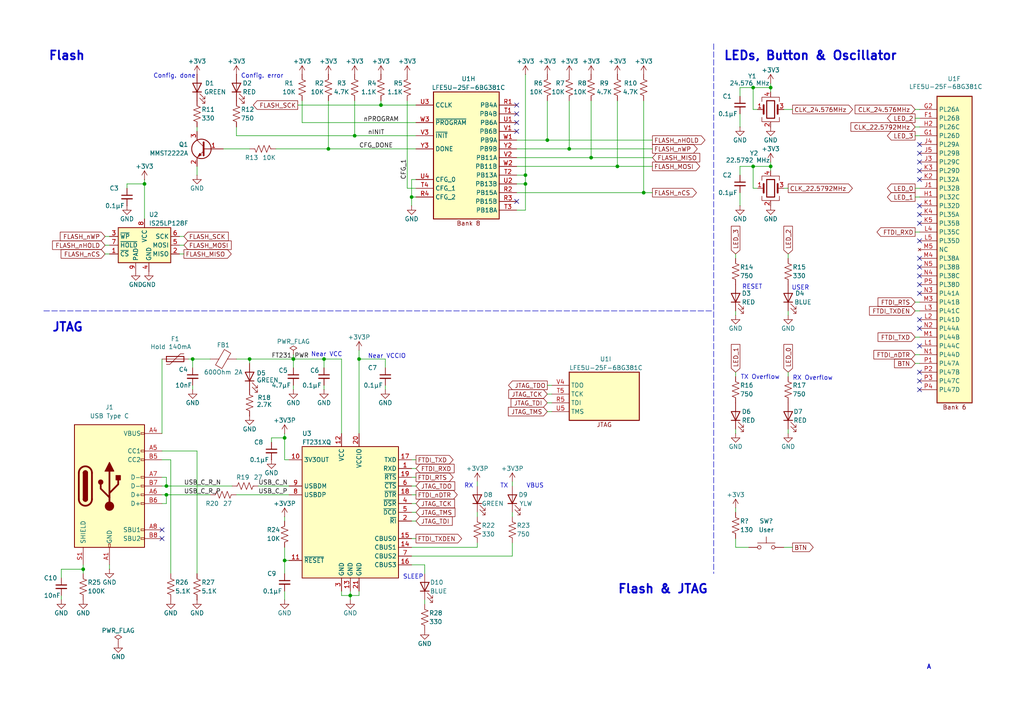
<source format=kicad_sch>
(kicad_sch (version 20231120) (generator "eeschema") (generator_version "8.0")
  (paper "A4")
  (junction (at 85.09 104.14))
  (junction (at 223.52 25.4))
  (junction (at 101.6 172.72))
  (junction (at 95.25 43.18))
  (junction (at 24.13 165.1))
  (junction (at 186.69 55.88))
  (junction (at 165.1 43.18))
  (junction (at 82.55 127))
  (junction (at 119.38 57.15))
  (junction (at 72.39 104.14))
  (junction (at 171.45 45.72))
  (junction (at 218.44 25.4))
  (junction (at 223.52 48.26))
  (junction (at 218.44 48.26))
  (junction (at 158.75 40.64))
  (junction (at 152.4 53.34))
  (junction (at 179.07 48.26))
  (junction (at 102.87 39.37))
  (junction (at 41.91 53.34))
  (junction (at 48.26 140.97))
  (junction (at 104.14 104.14))
  (junction (at 48.26 143.51))
  (junction (at 110.49 30.48))
  (junction (at 55.88 104.14))
  (junction (at 93.98 104.14))
  (junction (at 152.4 50.8))
  (junction (at 82.55 162.56))
  (no_connect (at 46.99 156.21))
  (no_connect (at 266.7 52.07))
  (no_connect (at 266.7 69.85))
  (no_connect (at 149.86 30.48))
  (no_connect (at 266.7 80.01))
  (no_connect (at 149.86 38.1))
  (no_connect (at 266.7 46.99))
  (no_connect (at 266.7 62.23))
  (no_connect (at 266.7 107.95))
  (no_connect (at 266.7 49.53))
  (no_connect (at 149.86 33.02))
  (no_connect (at 266.7 64.77))
  (no_connect (at 266.7 77.47))
  (no_connect (at 266.7 100.33))
  (no_connect (at 266.7 95.25))
  (no_connect (at 149.86 58.42))
  (no_connect (at 266.7 110.49))
  (no_connect (at 266.7 92.71))
  (no_connect (at 46.99 153.67))
  (no_connect (at 266.7 41.91))
  (no_connect (at 149.86 35.56))
  (no_connect (at 266.7 113.03))
  (no_connect (at 266.7 85.09))
  (no_connect (at 266.7 74.93))
  (no_connect (at 266.7 82.55))
  (no_connect (at 266.7 59.69))
  (no_connect (at 266.7 44.45))
  (wire (pts (xy 186.69 55.88) (xy 189.23 55.88)))
  (wire (pts (xy 55.88 104.14) (xy 55.88 106.68)))
  (wire (pts (xy 165.1 43.18) (xy 189.23 43.18)))
  (wire (pts (xy 46.99 146.05) (xy 48.26 146.05)))
  (wire (pts (xy 265.43 36.83) (xy 266.7 36.83)))
  (wire (pts (xy 265.43 87.63) (xy 266.7 87.63)))
  (wire (pts (xy 46.99 130.81) (xy 57.15 130.81)))
  (wire (pts (xy 82.55 158.75) (xy 82.55 162.56)))
  (wire (pts (xy 119.38 161.29) (xy 148.59 161.29)))
  (wire (pts (xy 52.07 71.12) (xy 53.34 71.12)))
  (wire (pts (xy 158.75 116.84) (xy 160.02 116.84)))
  (wire (pts (xy 119.38 156.21) (xy 120.65 156.21)))
  (wire (pts (xy 218.44 25.4) (xy 223.52 25.4)))
  (wire (pts (xy 214.63 48.26) (xy 218.44 48.26)))
  (wire (pts (xy 119.38 138.43) (xy 120.65 138.43)))
  (wire (pts (xy 101.6 172.72) (xy 104.14 172.72)))
  (wire (pts (xy 119.38 57.15) (xy 119.38 59.69)))
  (wire (pts (xy 265.43 67.31) (xy 266.7 67.31)))
  (wire (pts (xy 41.91 52.07) (xy 41.91 53.34)))
  (wire (pts (xy 74.93 140.97) (xy 83.82 140.97)))
  (wire (pts (xy 186.69 29.21) (xy 186.69 55.88)))
  (wire (pts (xy 214.63 36.83) (xy 214.63 33.02)))
  (wire (pts (xy 218.44 31.75) (xy 218.44 25.4)))
  (wire (pts (xy 148.59 161.29) (xy 148.59 157.48)))
  (wire (pts (xy 85.09 104.14) (xy 93.98 104.14)))
  (wire (pts (xy 93.98 111.76) (xy 93.98 113.03)))
  (wire (pts (xy 149.86 40.64) (xy 158.75 40.64)))
  (wire (pts (xy 119.38 148.59) (xy 120.65 148.59)))
  (wire (pts (xy 104.14 101.6) (xy 104.14 104.14)))
  (wire (pts (xy 138.43 139.7) (xy 138.43 140.97)))
  (wire (pts (xy 213.36 158.75) (xy 217.17 158.75)))
  (wire (pts (xy 111.76 104.14) (xy 111.76 106.68)))
  (wire (pts (xy 148.59 148.59) (xy 148.59 149.86)))
  (wire (pts (xy 228.6 90.17) (xy 228.6 91.44)))
  (wire (pts (xy 24.13 163.83) (xy 24.13 165.1)))
  (wire (pts (xy 138.43 158.75) (xy 138.43 157.48)))
  (wire (pts (xy 213.36 147.32) (xy 213.36 148.59)))
  (wire (pts (xy 31.75 163.83) (xy 31.75 165.1)))
  (wire (pts (xy 228.6 124.46) (xy 228.6 125.73)))
  (wire (pts (xy 78.74 127) (xy 82.55 127)))
  (wire (pts (xy 102.87 39.37) (xy 102.87 29.21)))
  (wire (pts (xy 265.43 39.37) (xy 266.7 39.37)))
  (wire (pts (xy 165.1 29.21) (xy 165.1 43.18)))
  (wire (pts (xy 265.43 57.15) (xy 266.7 57.15)))
  (wire (pts (xy 119.38 158.75) (xy 138.43 158.75)))
  (wire (pts (xy 120.65 52.07) (xy 119.38 52.07)))
  (wire (pts (xy 158.75 114.3) (xy 160.02 114.3)))
  (wire (pts (xy 152.4 60.96) (xy 152.4 53.34)))
  (wire (pts (xy 223.52 25.4) (xy 223.52 26.67)))
  (polyline (pts (xy 207.01 12.7) (xy 207.01 166.37)) (stroke (width 0) (type dash)))
  (wire (pts (xy 123.19 173.99) (xy 123.19 175.26)))
  (wire (pts (xy 57.15 50.8) (xy 57.15 48.26)))
  (wire (pts (xy 85.09 104.14) (xy 85.09 102.87)))
  (wire (pts (xy 214.63 59.69) (xy 214.63 55.88)))
  (wire (pts (xy 95.25 43.18) (xy 95.25 29.21)))
  (wire (pts (xy 110.49 29.21) (xy 110.49 30.48)))
  (wire (pts (xy 86.36 30.48) (xy 110.49 30.48)))
  (wire (pts (xy 82.55 125.73) (xy 82.55 127)))
  (wire (pts (xy 83.82 133.35) (xy 82.55 133.35)))
  (wire (pts (xy 223.52 48.26) (xy 223.52 49.53)))
  (polyline (pts (xy 12.7 90.17) (xy 207.01 90.17)) (stroke (width 0) (type dash)))
  (wire (pts (xy 104.14 104.14) (xy 111.76 104.14)))
  (wire (pts (xy 68.58 104.14) (xy 72.39 104.14)))
  (wire (pts (xy 17.78 165.1) (xy 24.13 165.1)))
  (wire (pts (xy 46.99 143.51) (xy 48.26 143.51)))
  (wire (pts (xy 213.36 90.17) (xy 213.36 91.44)))
  (wire (pts (xy 93.98 104.14) (xy 93.98 106.68)))
  (wire (pts (xy 223.52 46.99) (xy 223.52 48.26)))
  (wire (pts (xy 119.38 135.89) (xy 120.65 135.89)))
  (wire (pts (xy 52.07 73.66) (xy 53.34 73.66)))
  (wire (pts (xy 57.15 36.83) (xy 57.15 38.1)))
  (wire (pts (xy 48.26 143.51) (xy 48.26 146.05)))
  (wire (pts (xy 149.86 60.96) (xy 152.4 60.96)))
  (wire (pts (xy 119.38 140.97) (xy 120.65 140.97)))
  (wire (pts (xy 119.38 163.83) (xy 123.19 163.83)))
  (wire (pts (xy 213.36 109.22) (xy 213.36 107.95)))
  (wire (pts (xy 30.48 73.66) (xy 31.75 73.66)))
  (wire (pts (xy 265.43 102.87) (xy 266.7 102.87)))
  (wire (pts (xy 82.55 162.56) (xy 82.55 166.37)))
  (wire (pts (xy 219.71 31.75) (xy 218.44 31.75)))
  (wire (pts (xy 179.07 48.26) (xy 189.23 48.26)))
  (wire (pts (xy 68.58 36.83) (xy 68.58 39.37)))
  (wire (pts (xy 158.75 40.64) (xy 189.23 40.64)))
  (wire (pts (xy 57.15 130.81) (xy 57.15 166.37)))
  (wire (pts (xy 214.63 50.8) (xy 214.63 48.26)))
  (wire (pts (xy 104.14 172.72) (xy 104.14 171.45)))
  (wire (pts (xy 218.44 48.26) (xy 223.52 48.26)))
  (wire (pts (xy 171.45 29.21) (xy 171.45 45.72)))
  (wire (pts (xy 228.6 74.93) (xy 228.6 73.66)))
  (wire (pts (xy 152.4 53.34) (xy 152.4 50.8)))
  (wire (pts (xy 80.01 43.18) (xy 95.25 43.18)))
  (wire (pts (xy 36.83 53.34) (xy 41.91 53.34)))
  (wire (pts (xy 54.61 104.14) (xy 55.88 104.14)))
  (wire (pts (xy 213.36 124.46) (xy 213.36 125.73)))
  (wire (pts (xy 87.63 35.56) (xy 87.63 29.21)))
  (wire (pts (xy 68.58 143.51) (xy 83.82 143.51)))
  (wire (pts (xy 48.26 143.51) (xy 60.96 143.51)))
  (wire (pts (xy 119.38 52.07) (xy 119.38 57.15)))
  (wire (pts (xy 214.63 25.4) (xy 218.44 25.4)))
  (wire (pts (xy 64.77 43.18) (xy 72.39 43.18)))
  (wire (pts (xy 265.43 34.29) (xy 266.7 34.29)))
  (wire (pts (xy 158.75 29.21) (xy 158.75 40.64)))
  (wire (pts (xy 82.55 162.56) (xy 83.82 162.56)))
  (wire (pts (xy 119.38 57.15) (xy 120.65 57.15)))
  (wire (pts (xy 46.99 104.14) (xy 46.99 125.73)))
  (wire (pts (xy 119.38 146.05) (xy 120.65 146.05)))
  (wire (pts (xy 228.6 109.22) (xy 228.6 107.95)))
  (wire (pts (xy 148.59 139.7) (xy 148.59 140.97)))
  (wire (pts (xy 213.36 74.93) (xy 213.36 73.66)))
  (wire (pts (xy 17.78 167.64) (xy 17.78 165.1)))
  (wire (pts (xy 82.55 171.45) (xy 82.55 173.99)))
  (wire (pts (xy 219.71 54.61) (xy 218.44 54.61)))
  (wire (pts (xy 179.07 29.21) (xy 179.07 48.26)))
  (wire (pts (xy 52.07 68.58) (xy 53.34 68.58)))
  (wire (pts (xy 68.58 39.37) (xy 102.87 39.37)))
  (wire (pts (xy 214.63 27.94) (xy 214.63 25.4)))
  (wire (pts (xy 85.09 111.76) (xy 85.09 113.03)))
  (wire (pts (xy 111.76 111.76) (xy 111.76 113.03)))
  (wire (pts (xy 149.86 50.8) (xy 152.4 50.8)))
  (wire (pts (xy 149.86 55.88) (xy 186.69 55.88)))
  (wire (pts (xy 158.75 119.38) (xy 160.02 119.38)))
  (wire (pts (xy 110.49 30.48) (xy 120.65 30.48)))
  (wire (pts (xy 138.43 148.59) (xy 138.43 149.86)))
  (wire (pts (xy 99.06 104.14) (xy 99.06 125.73)))
  (wire (pts (xy 30.48 68.58) (xy 31.75 68.58)))
  (wire (pts (xy 120.65 43.18) (xy 95.25 43.18)))
  (wire (pts (xy 213.36 156.21) (xy 213.36 158.75)))
  (wire (pts (xy 82.55 149.86) (xy 82.55 151.13)))
  (wire (pts (xy 72.39 104.14) (xy 85.09 104.14)))
  (wire (pts (xy 36.83 53.34) (xy 36.83 54.61)))
  (wire (pts (xy 149.86 45.72) (xy 171.45 45.72)))
  (wire (pts (xy 118.11 29.21) (xy 118.11 54.61)))
  (wire (pts (xy 17.78 172.72) (xy 17.78 173.99)))
  (wire (pts (xy 87.63 35.56) (xy 120.65 35.56)))
  (wire (pts (xy 93.98 104.14) (xy 99.06 104.14)))
  (wire (pts (xy 46.99 133.35) (xy 49.53 133.35)))
  (wire (pts (xy 78.74 128.27) (xy 78.74 127)))
  (wire (pts (xy 223.52 24.13) (xy 223.52 25.4)))
  (wire (pts (xy 265.43 105.41) (xy 266.7 105.41)))
  (wire (pts (xy 41.91 53.34) (xy 41.91 63.5)))
  (wire (pts (xy 149.86 53.34) (xy 152.4 53.34)))
  (wire (pts (xy 265.43 90.17) (xy 266.7 90.17)))
  (wire (pts (xy 120.65 39.37) (xy 102.87 39.37)))
  (wire (pts (xy 55.88 104.14) (xy 60.96 104.14)))
  (wire (pts (xy 227.33 158.75) (xy 229.87 158.75)))
  (wire (pts (xy 228.6 54.61) (xy 227.33 54.61)))
  (wire (pts (xy 99.06 171.45) (xy 99.06 172.72)))
  (wire (pts (xy 227.33 31.75) (xy 229.87 31.75)))
  (wire (pts (xy 24.13 165.1) (xy 24.13 166.37)))
  (wire (pts (xy 152.4 21.59) (xy 152.4 50.8)))
  (wire (pts (xy 48.26 138.43) (xy 48.26 140.97)))
  (wire (pts (xy 55.88 111.76) (xy 55.88 113.03)))
  (wire (pts (xy 119.38 143.51) (xy 120.65 143.51)))
  (wire (pts (xy 123.19 163.83) (xy 123.19 166.37)))
  (wire (pts (xy 85.09 104.14) (xy 85.09 106.68)))
  (wire (pts (xy 119.38 133.35) (xy 120.65 133.35)))
  (wire (pts (xy 99.06 172.72) (xy 101.6 172.72)))
  (wire (pts (xy 104.14 104.14) (xy 104.14 125.73)))
  (wire (pts (xy 149.86 48.26) (xy 179.07 48.26)))
  (wire (pts (xy 46.99 140.97) (xy 48.26 140.97)))
  (wire (pts (xy 101.6 173.99) (xy 101.6 172.72)))
  (wire (pts (xy 120.65 54.61) (xy 118.11 54.61)))
  (wire (pts (xy 119.38 151.13) (xy 120.65 151.13)))
  (wire (pts (xy 171.45 45.72) (xy 189.23 45.72)))
  (wire (pts (xy 48.26 140.97) (xy 67.31 140.97)))
  (wire (pts (xy 72.39 105.41) (xy 72.39 104.14)))
  (wire (pts (xy 265.43 97.79) (xy 266.7 97.79)))
  (wire (pts (xy 265.43 31.75) (xy 266.7 31.75)))
  (wire (pts (xy 218.44 54.61) (xy 218.44 48.26)))
  (wire (pts (xy 158.75 111.76) (xy 160.02 111.76)))
  (wire (pts (xy 101.6 171.45) (xy 101.6 172.72)))
  (wire (pts (xy 149.86 43.18) (xy 165.1 43.18)))
  (wire (pts (xy 49.53 133.35) (xy 49.53 166.37)))
  (wire (pts (xy 30.48 71.12) (xy 31.75 71.12)))
  (wire (pts (xy 265.43 54.61) (xy 266.7 54.61)))
  (wire (pts (xy 82.55 127) (xy 82.55 133.35)))
  (wire (pts (xy 46.99 138.43) (xy 48.26 138.43)))
  (text "Near VCCIO" (at 106.68 104.14 0) (effects (font (size 1.27 1.27)) (justify left bottom)))
  (text "Flash" (at 13.97 17.78 0) (effects (font (size 2.54 2.54) (thickness 0.508) (bold yes)) (justify left bottom)))
  (text "Near VCC" (at 90.17 103.632 0) (effects (font (size 1.27 1.27)) (justify left bottom)))
  (text "Flash & JTAG" (at 179.07 172.466 0) (effects (font (size 2.54 2.54) (thickness 0.508) (bold yes)) (justify left bottom)))
  (text "SLEEP" (at 116.84 168.148 0) (effects (font (size 1.27 1.27)) (justify left bottom)))
  (text "RX Overflow" (at 235.712 109.728 0) (effects (font (size 1.27 1.27))))
  (text "RX" (at 134.62 141.732 0) (effects (font (size 1.27 1.27)) (justify left bottom)))
  (text "LEDs, Button & Oscillator" (at 209.804 17.78 0) (effects (font (size 2.54 2.54) (thickness 0.508) (bold yes)) (justify left bottom)))
  (text "RESET" (at 218.186 83.312 0) (effects (font (size 1.27 1.27))))
  (text "VBUS" (at 152.654 141.732 0) (effects (font (size 1.27 1.27)) (justify left bottom)))
  (text "Config. done" (at 44.45 22.86 0) (effects (font (size 1.27 1.27)) (justify left bottom)))
  (text "TX" (at 145.034 141.732 0) (effects (font (size 1.27 1.27)) (justify left bottom)))
  (text "JTAG" (at 14.986 96.52 0) (effects (font (size 2.54 2.54) (thickness 0.508) (bold yes)) (justify left bottom)))
  (text "A" (at 268.732 194.31 0) (effects (font (size 1.27 1.27) (thickness 0.254) (bold yes)) (justify left bottom)))
  (text "Config. error" (at 69.85 22.86 0) (effects (font (size 1.27 1.27)) (justify left bottom)))
  (text "USER" (at 232.156 83.566 0) (effects (font (size 1.27 1.27))))
  (text "TX Overflow" (at 220.472 109.474 0) (effects (font (size 1.27 1.27))))
  (label "USB_C_P" (at 74.93 143.51 0))
  (label "USB_C_R_N" (at 53.34 140.97 0))
  (label "FT231_PWR" (at 78.74 104.14 0))
  (label "CFG_DONE" (at 104.14 43.18 0))
  (label "nPROGRAM" (at 105.41 35.56 0))
  (label "nINIT" (at 106.68 39.37 0))
  (label "USB_C_R_P" (at 53.34 143.51 0))
  (label "USB_C_N" (at 74.93 140.97 0))
  (label "CFG_1" (at 118.11 52.07 90))
  (global_label "FLASH_SCK" (shape output) (at 86.36 30.48 180) (property "Intersheetrefs" "${INTERSHEET_REFS}" (effects (hide yes))))
  (global_label "FLASH_MISO" (shape input) (at 189.23 45.72 0) (property "Intersheetrefs" "${INTERSHEET_REFS}" (effects (hide yes))))
  (global_label "FLASH_MOSI" (shape input) (at 53.34 71.12 0) (property "Intersheetrefs" "${INTERSHEET_REFS}" (effects (hide yes))))
  (global_label "LED_2" (shape input) (at 228.6 73.66 90) (property "Intersheetrefs" "${INTERSHEET_REFS}" (effects (hide yes))))
  (global_label "FLASH_nWP" (shape input) (at 30.48 68.58 180) (property "Intersheetrefs" "${INTERSHEET_REFS}" (effects (hide yes))))
  (global_label "JTAG_TMS" (shape input) (at 120.65 148.59 0) (property "Intersheetrefs" "${INTERSHEET_REFS}" (effects (hide yes))))
  (global_label "FTDI_TXD" (shape output) (at 120.65 133.35 0) (property "Intersheetrefs" "${INTERSHEET_REFS}" (effects (hide yes))))
  (global_label "LED_3" (shape output) (at 265.43 39.37 180) (property "Intersheetrefs" "${INTERSHEET_REFS}" (effects (hide yes))))
  (global_label "JTAG_TCK" (shape input) (at 120.65 146.05 0) (property "Intersheetrefs" "${INTERSHEET_REFS}" (effects (hide yes))))
  (global_label "FTDI_RTS" (shape input) (at 265.43 87.63 180) (property "Intersheetrefs" "${INTERSHEET_REFS}" (effects (hide yes))))
  (global_label "FTDI_RTS" (shape output) (at 120.65 138.43 0) (property "Intersheetrefs" "${INTERSHEET_REFS}" (effects (hide yes))))
  (global_label "FLASH_nCS" (shape output) (at 189.23 55.88 0) (property "Intersheetrefs" "${INTERSHEET_REFS}" (effects (hide yes))))
  (global_label "FLASH_nWP" (shape output) (at 189.23 43.18 0) (property "Intersheetrefs" "${INTERSHEET_REFS}" (effects (hide yes))))
  (global_label "CLK_22.5792MHz" (shape output) (at 228.6 54.61 0) (property "Intersheetrefs" "${INTERSHEET_REFS}" (effects (hide yes))))
  (global_label "LED_2" (shape output) (at 265.43 34.29 180) (property "Intersheetrefs" "${INTERSHEET_REFS}" (effects (hide yes))))
  (global_label "JTAG_TDI" (shape input) (at 158.75 116.84 180) (property "Intersheetrefs" "${INTERSHEET_REFS}" (effects (hide yes))))
  (global_label "FTDI_nDTR" (shape output) (at 120.65 143.51 0) (property "Intersheetrefs" "${INTERSHEET_REFS}" (effects (hide yes))))
  (global_label "LED_1" (shape output) (at 265.43 57.15 180) (property "Intersheetrefs" "${INTERSHEET_REFS}" (effects (hide yes))))
  (global_label "LED_1" (shape input) (at 213.36 107.95 90) (property "Intersheetrefs" "${INTERSHEET_REFS}" (effects (hide yes))))
  (global_label "FLASH_nHOLD" (shape output) (at 189.23 40.64 0) (property "Intersheetrefs" "${INTERSHEET_REFS}" (effects (hide yes))))
  (global_label "FTDI_TXD" (shape input) (at 265.43 97.79 180) (property "Intersheetrefs" "${INTERSHEET_REFS}" (effects (hide yes))))
  (global_label "LED_3" (shape input) (at 213.36 73.66 90) (property "Intersheetrefs" "${INTERSHEET_REFS}" (effects (hide yes))))
  (global_label "FLASH_SCK" (shape input) (at 53.34 68.58 0) (property "Intersheetrefs" "${INTERSHEET_REFS}" (effects (hide yes))))
  (global_label "BTN" (shape output) (at 229.87 158.75 0) (property "Intersheetrefs" "${INTERSHEET_REFS}" (effects (hide yes))))
  (global_label "JTAG_TCK" (shape input) (at 158.75 114.3 180) (property "Intersheetrefs" "${INTERSHEET_REFS}" (effects (hide yes))))
  (global_label "LED_0" (shape input) (at 228.6 107.95 90) (property "Intersheetrefs" "${INTERSHEET_REFS}" (effects (hide yes))))
  (global_label "JTAG_TDO" (shape output) (at 158.75 111.76 180) (property "Intersheetrefs" "${INTERSHEET_REFS}" (effects (hide yes))))
  (global_label "FTDI_RXD" (shape input) (at 120.65 135.89 0) (property "Intersheetrefs" "${INTERSHEET_REFS}" (effects (hide yes))))
  (global_label "FLASH_nHOLD" (shape input) (at 30.48 71.12 180) (property "Intersheetrefs" "${INTERSHEET_REFS}" (effects (hide yes))))
  (global_label "CLK_24.576MHz" (shape input) (at 265.43 31.75 180) (property "Intersheetrefs" "${INTERSHEET_REFS}" (effects (hide yes))))
  (global_label "CLK_24.576MHz" (shape output) (at 229.87 31.75 0) (property "Intersheetrefs" "${INTERSHEET_REFS}" (effects (hide yes))))
  (global_label "BTN" (shape input) (at 265.43 105.41 180) (property "Intersheetrefs" "${INTERSHEET_REFS}" (effects (hide yes))))
  (global_label "FTDI_TXDEN" (shape output) (at 120.65 156.21 0) (property "Intersheetrefs" "${INTERSHEET_REFS}" (effects (hide yes))))
  (global_label "FTDI_RXD" (shape output) (at 265.43 67.31 180) (property "Intersheetrefs" "${INTERSHEET_REFS}" (effects (hide yes))))
  (global_label "JTAG_TDO" (shape input) (at 120.65 140.97 0) (property "Intersheetrefs" "${INTERSHEET_REFS}" (effects (hide yes))))
  (global_label "JTAG_TMS" (shape input) (at 158.75 119.38 180) (property "Intersheetrefs" "${INTERSHEET_REFS}" (effects (hide yes))))
  (global_label "FTDI_nDTR" (shape input) (at 265.43 102.87 180) (property "Intersheetrefs" "${INTERSHEET_REFS}" (effects (hide yes))))
  (global_label "CLK_22.5792MHz" (shape input) (at 265.43 36.83 180) (property "Intersheetrefs" "${INTERSHEET_REFS}" (effects (hide yes))))
  (global_label "FLASH_nCS" (shape input) (at 30.48 73.66 180) (property "Intersheetrefs" "${INTERSHEET_REFS}" (effects (hide yes))))
  (global_label "FTDI_TXDEN" (shape input) (at 265.43 90.17 180) (property "Intersheetrefs" "${INTERSHEET_REFS}" (effects (hide yes))))
  (global_label "FLASH_MOSI" (shape output) (at 189.23 48.26 0) (property "Intersheetrefs" "${INTERSHEET_REFS}" (effects (hide yes))))
  (global_label "JTAG_TDI" (shape input) (at 120.65 151.13 0) (property "Intersheetrefs" "${INTERSHEET_REFS}" (effects (hide yes))))
  (global_label "LED_0" (shape output) (at 265.43 54.61 180) (property "Intersheetrefs" "${INTERSHEET_REFS}" (effects (hide yes))))
  (global_label "FLASH_MISO" (shape output) (at 53.34 73.66 0) (property "Intersheetrefs" "${INTERSHEET_REFS}" (effects (hide yes))))
  (symbol (lib_id "power:+3.3V") (at 57.15 21.59 0) (unit 1) (in_bom no)
    (property "Reference" "#PWR01" (effects (hide yes)))
    (property "Value" "+3V3" (at 57.15 17.78 0))
    (property "Description" "Power symbol creates a global label with name \"+3V3\"" (effects (hide yes)))
  )
  (symbol (lib_id "Device:R_US") (at 165.1 25.4 0) (mirror y) (unit 1)
    (property "Reference" "R7" (at 163.83 24.13 0) (effects (justify left)))
    (property "Value" "10K" (at 163.83 26.67 0) (effects (justify left)))
    (property "Footprint" "Resistor_SMD:R_0603_1608Metric" (effects (hide yes)))
    (property "Description" "RES SMD 10K OHM 1% 1/10W 0603" (effects (hide yes)))
    (property "Manufacturer" "Panasonic Electronic Components" (effects (hide yes)))
    (property "MPN" "ERJ-3EKF1002V" (effects (hide yes)))
  )
  (symbol (lib_id "Device:C_Small") (at 36.83 57.15 0) (unit 1)
    (property "Reference" "C3" (at 31.75 54.61 0) (effects (justify left)))
    (property "Value" "0.1µF" (at 30.48 59.69 0) (effects (justify left)))
    (property "Footprint" "Capacitor_SMD:C_0603_1608Metric" (effects (hide yes)))
    (property "Description" "CAP CER 0.1UF 50V X7R 0603" (effects (hide yes)))
    (property "Manufacturer" "Samsung Electro-Mechanics" (effects (hide yes)))
    (property "MPN" "CL10B104KB8NNNC" (effects (hide yes)))
  )
  (symbol (lib_id "Device:R_US") (at 213.36 113.03 0) (unit 1)
    (property "Reference" "R16" (at 214.63 111.76 0) (effects (justify left)))
    (property "Value" "750" (at 214.63 114.3 0) (effects (justify left)))
    (property "Footprint" "Resistor_SMD:R_0603_1608Metric" (effects (hide yes)))
    (property "Description" "RES SMD 750 OHM 1% 1/10W 0603" (effects (hide yes)))
    (property "Manufacturer" "Panasonic Electronic Components" (effects (hide yes)))
    (property "MPN" "ERJ-3EKF7500V" (effects (hide yes)))
  )
  (symbol (lib_id "ECP5_BGA381_FT2232HQ_FIFO:FT231XQ") (at 101.6 148.59 0) (unit 1)
    (property "Reference" "U3" (at 87.63 125.73 0) (effects (justify left)))
    (property "Value" "FT231XQ" (at 87.63 128.27 0) (effects (justify left)))
    (property "Footprint" "Package_DFN_QFN:QFN-20-1EP_4x4mm_P0.5mm_EP2.5x2.5mm" (effects (hide yes)))
    (property "Datasheet" "https://www.ftdichip.com/Support/Documents/DataSheets/ICs/DS_FT231X.pdf" (effects (hide yes)))
    (property "Description" "IC USB SERIAL FULL UART 20QFN" (effects (hide yes)))
    (property "Manufacturer" "FTDI, Future Technology Devices International Ltd" (effects (hide yes)))
    (property "MPN" "FT231XQ-R" (effects (hide yes)))
    (instances (project "ECP5" (path "" (reference "U3") (unit 1))) (project "FT231X" (path "" (reference "U?") (unit 1))))
  )
  (symbol (lib_id "power:+3.3V") (at 41.91 52.07 0) (unit 1) (in_bom no)
    (property "Reference" "#PWR019" (effects (hide yes)))
    (property "Value" "+3V3" (at 41.91 48.26 0))
    (property "Description" "Power symbol creates a global label with name \"+3V3\"" (effects (hide yes)))
  )
  (symbol (lib_id "Device:R_US") (at 76.2 43.18 90) (mirror x) (unit 1)
    (property "Reference" "R13" (at 74.93 45.72 90) (effects (justify left)))
    (property "Value" "10K" (at 80.01 45.72 90) (effects (justify left)))
    (property "Footprint" "Resistor_SMD:R_0603_1608Metric" (effects (hide yes)))
    (property "Description" "RES SMD 10K OHM 1% 1/10W 0603" (effects (hide yes)))
    (property "Manufacturer" "Panasonic Electronic Components" (effects (hide yes)))
    (property "MPN" "ERJ-3EKF1002V" (effects (hide yes)))
  )
  (symbol (lib_id "Device:LED") (at 213.36 120.65 90) (unit 1)
    (property "Reference" "D6" (at 215.138 119.38 90) (effects (justify right)))
    (property "Value" "RED" (at 215.138 121.92 90) (effects (justify right)))
    (property "Footprint" "LED_SMD:LED_0603_1608Metric" (effects (hide yes)))
    (property "Description" "LED RED CLEAR 2SMD" (effects (hide yes)))
    (property "Manufacturer" "Kingbright" (effects (hide yes)))
    (property "MPN" "APT1608LSECK/J3-PRV" (effects (hide yes)))
  )
  (symbol (lib_id "Device:R_US") (at 82.55 154.94 0) (mirror y) (unit 1)
    (property "Reference" "R24" (at 81.28 153.67 0) (effects (justify left)))
    (property "Value" "10K" (at 81.28 156.21 0) (effects (justify left)))
    (property "Footprint" "Resistor_SMD:R_0603_1608Metric" (effects (hide yes)))
    (property "Description" "RES SMD 10K OHM 1% 1/10W 0603" (effects (hide yes)))
    (property "Manufacturer" "Panasonic Electronic Components" (effects (hide yes)))
    (property "MPN" "ERJ-3EKF1002V" (effects (hide yes)))
    (instances (project "ECP5" (path "" (reference "R24") (unit 1))) (project "FT231X" (path "" (reference "R?") (unit 1))))
  )
  (symbol (lib_id "power:GND") (at 213.36 91.44 0) (unit 1)
    (property "Reference" "#PWR026" (effects (hide yes)))
    (property "Value" "GND" (at 213.36 95.25 0))
    (property "Description" "Power symbol creates a global label with name \"GND\" , ground" (effects (hide yes)))
  )
  (symbol (lib_id "Device:R_US") (at 171.45 25.4 0) (mirror y) (unit 1)
    (property "Reference" "R8" (at 170.18 24.13 0) (effects (justify left)))
    (property "Value" "10K" (at 170.18 26.67 0) (effects (justify left)))
    (property "Footprint" "Resistor_SMD:R_0603_1608Metric" (effects (hide yes)))
    (property "Description" "RES SMD 10K OHM 1% 1/10W 0603" (effects (hide yes)))
    (property "Manufacturer" "Panasonic Electronic Components" (effects (hide yes)))
    (property "MPN" "ERJ-3EKF1002V" (effects (hide yes)))
  )
  (symbol (lib_id "Device:C_Small") (at 78.74 130.81 0) (unit 1)
    (property "Reference" "C8" (at 73.66 128.27 0) (effects (justify left)))
    (property "Value" "0.1µF" (at 72.39 133.35 0) (effects (justify left)))
    (property "Footprint" "Capacitor_SMD:C_0603_1608Metric" (effects (hide yes)))
    (property "Description" "CAP CER 0.1UF 50V X7R 0603" (effects (hide yes)))
    (property "Manufacturer" "Samsung Electro-Mechanics" (effects (hide yes)))
    (property "MPN" "CL10B104KB8NNNC" (effects (hide yes)))
    (instances (project "ECP5" (path "" (reference "C8") (unit 1))) (project "FT231X" (path "" (reference "C?") (unit 1))))
  )
  (symbol (lib_id "Device:R_US") (at 57.15 33.02 0) (unit 1)
    (property "Reference" "R11" (at 58.42 31.75 0) (effects (justify left)))
    (property "Value" "330" (at 58.42 34.29 0) (effects (justify left)))
    (property "Footprint" "Resistor_SMD:R_0603_1608Metric" (effects (hide yes)))
    (property "Description" "RES SMD 330 OHM 1% 1/10W 0603" (effects (hide yes)))
    (property "Manufacturer" "Panasonic Electronic Components" (effects (hide yes)))
    (property "MPN" "ERJ-3EKF3300V" (effects (hide yes)))
  )
  (symbol (lib_id "power:GND") (at 55.88 113.03 0) (unit 1)
    (property "Reference" "#PWR029" (effects (hide yes)))
    (property "Value" "GND" (at 55.88 116.84 0))
    (property "Description" "Power symbol creates a global label with name \"GND\" , ground" (effects (hide yes)))
    (instances (project "ECP5" (path "" (reference "#PWR029") (unit 1))) (project "FT231X" (path "" (reference "#PWR?") (unit 1))))
  )
  (symbol (lib_id "Device:C_Small") (at 85.09 109.22 0) (unit 1)
    (property "Reference" "C5" (at 80.772 107.442 0) (effects (justify left)))
    (property "Value" "4.7µF" (at 78.74 111.76 0) (effects (justify left)))
    (property "Footprint" "Capacitor_SMD:C_0603_1608Metric" (effects (hide yes)))
    (property "Description" "CAP CER 4.7UF 10V X5R 0603" (effects (hide yes)))
    (property "Manufacturer" "Samsung Electro-Mechanics" (effects (hide yes)))
    (property "MPN" "CL10A475KP8NNNC" (effects (hide yes)))
    (instances (project "ECP5" (path "" (reference "C5") (unit 1))) (project "FT231X" (path "" (reference "C?") (unit 1))))
  )
  (symbol (lib_id "Device:Crystal_GND24") (at 223.52 31.75 0) (mirror x) (unit 1)
    (property "Reference" "Y1" (at 218.186 22.098 0))
    (property "Value" "24.576 MHz" (at 217.424 24.13 0))
    (property "Footprint" "Oscillator:Oscillator_SMD_Abracon_ASE-4Pin_3.2x2.5mm" (effects (hide yes)))
    (property "Description" "Standard Clock Oscillators WE-SPXO 24.576MHz 25ppm 3.2 x 2.5mm" (effects (hide yes)))
    (property "Manufacturer" "Wurth Elektronik" (effects (hide yes)))
    (property "MPN" "830207659209" (effects (hide yes)))
  )
  (symbol (lib_id "power:+3.3V") (at 165.1 21.59 0) (unit 1) (in_bom no)
    (property "Reference" "#PWR010" (effects (hide yes)))
    (property "Value" "+3V3" (at 165.1 17.78 0))
    (property "Description" "Power symbol creates a global label with name \"+3V3\"" (effects (hide yes)))
  )
  (symbol (lib_id "ECP5_BGA381_FT2232HQ_FIFO:USB_C_Receptacle_USB2.0") (at 31.75 140.97 0) (unit 1)
    (property "Reference" "J1" (at 31.75 118.11 0))
    (property "Value" "USB Type C" (at 31.75 120.65 0))
    (property "Footprint" "ECP5_BGA381_FT2232HQ_FIFO:USB_C_Receptacle_GCT_USB4105-xx-A_16P_TopMnt_Horizontal" (effects (hide yes)))
    (property "Datasheet" "https://www.usb.org/sites/default/files/documents/usb_type-c.zip" (effects (hide yes)))
    (property "Description" "CONN RCP USB2.0 TYP C 24P SMD RA" (effects (hide yes)))
    (property "MPN" "USB4105-GF-A-120" (effects (hide yes)))
    (property "Manufacturer" "GCT" (effects (hide yes)))
    (instances (project "ECP5" (path "" (reference "J1") (unit 1))) (project "FT231X" (path "" (reference "J?") (unit 1))))
  )
  (symbol (lib_id "Device:LED") (at 72.39 109.22 90) (unit 1)
    (property "Reference" "D5" (at 74.422 108.204 90) (effects (justify right)))
    (property "Value" "GREEN" (at 74.422 110.236 90) (effects (justify right)))
    (property "Footprint" "LED_SMD:LED_0603_1608Metric" (effects (hide yes)))
    (property "Description" "LED GREEN CLEAR 2SMD" (effects (hide yes)))
    (property "MPN" "APT1608LZGCK" (effects (hide yes)))
    (property "Manufacturer" "Kingbright" (effects (hide yes)))
  )
  (symbol (lib_id "power:+3.3VP") (at 148.59 139.7 0) (unit 1)
    (property "Reference" "#PWR039" (effects (hide yes)))
    (property "Value" "+3V3P" (at 148.59 135.89 0))
    (property "Description" "Power symbol creates a global label with name \"+3V3P\"" (effects (hide yes)))
    (instances (project "ECP5" (path "" (reference "#PWR039") (unit 1))) (project "FT231X" (path "" (reference "#PWR?") (unit 1))))
  )
  (symbol (lib_id "ECP5_BGA381_FT2232HQ_FIFO:LFE5U-25F-xBG381x") (at 135.89 45.72 0) (unit 8)
    (property "Reference" "U1" (at 135.89 22.86 0))
    (property "Value" "LFE5U-25F-6BG381C" (at 135.89 25.4 0))
    (property "Footprint" "ECP5_BGA381_FT2232HQ_FIFO:BGA-381_pitch0.8mm_dia0.4mm" (effects (hide yes)))
    (property "Datasheet" "https://www.latticesemi.com/view_document?document_id=50461" (effects (hide yes)))
    (property "Description" "ECP5 FPGA, 25K LUTs, 1.2V, BGA-381" (effects (hide yes)))
    (property "Manufacturer" "Lattice Semiconductor Corporation" (effects (hide yes)))
    (property "MPN" "LFE5U-25F-6BG381C" (effects (hide yes)))
  )
  (symbol (lib_id "power:GND") (at 223.52 59.69 0) (unit 1)
    (property "Reference" "#PWR023" (effects (hide yes)))
    (property "Value" "GND" (at 223.52 63.5 0))
    (property "Description" "Power symbol creates a global label with name \"GND\" , ground" (effects (hide yes)))
  )
  (symbol (lib_id "power:GND") (at 57.15 173.99 0) (unit 1)
    (property "Reference" "#PWR046" (effects (hide yes)))
    (property "Value" "GND" (at 57.15 177.8 0))
    (property "Description" "Power symbol creates a global label with name \"GND\" , ground" (effects (hide yes)))
    (instances (project "ECP5" (path "" (reference "#PWR046") (unit 1))) (project "FT231X" (path "" (reference "#PWR?") (unit 1))))
  )
  (symbol (lib_id "Device:LED") (at 57.15 25.4 90) (unit 1)
    (property "Reference" "D1" (at 59.436 24.13 90) (effects (justify right)))
    (property "Value" "GREEN" (at 59.182 26.67 90) (effects (justify right)))
    (property "Footprint" "LED_SMD:LED_0603_1608Metric" (effects (hide yes)))
    (property "Description" "LED GREEN CLEAR 2SMD" (effects (hide yes)))
    (property "Manufacturer" "Kingbright" (effects (hide yes)))
    (property "MPN" "APT1608LZGCK" (effects (hide yes)))
  )
  (symbol (lib_id "power:GND") (at 111.76 113.03 0) (unit 1)
    (property "Reference" "#PWR032" (effects (hide yes)))
    (property "Value" "GND" (at 111.76 116.84 0))
    (property "Description" "Power symbol creates a global label with name \"GND\" , ground" (effects (hide yes)))
    (instances (project "ECP5" (path "" (reference "#PWR032") (unit 1))) (project "FT231X" (path "" (reference "#PWR?") (unit 1))))
  )
  (symbol (lib_id "power:+3.3V") (at 118.11 21.59 0) (unit 1) (in_bom no)
    (property "Reference" "#PWR07" (effects (hide yes)))
    (property "Value" "+3V3" (at 118.11 17.78 0))
    (property "Description" "Power symbol creates a global label with name \"+3V3\"" (effects (hide yes)))
  )
  (symbol (lib_id "Device:R_US") (at 118.11 25.4 0) (mirror y) (unit 1)
    (property "Reference" "R5" (at 116.84 24.13 0) (effects (justify left)))
    (property "Value" "1.1K" (at 116.84 26.67 0) (effects (justify left)))
    (property "Footprint" "Resistor_SMD:R_0603_1608Metric" (effects (hide yes)))
    (property "Description" "RES SMD 1.1K OHM 1% 1/10W 0603" (effects (hide yes)))
    (property "Manufacturer" "Panasonic Electronic Components" (effects (hide yes)))
    (property "MPN" "ERJ-3EKF1101V" (effects (hide yes)))
  )
  (symbol (lib_id "power:GND") (at 24.13 173.99 0) (unit 1)
    (property "Reference" "#PWR044" (effects (hide yes)))
    (property "Value" "GND" (at 24.13 177.8 0))
    (property "Description" "Power symbol creates a global label with name \"GND\" , ground" (effects (hide yes)))
    (instances (project "ECP5" (path "" (reference "#PWR044") (unit 1))) (project "FT231X" (path "" (reference "#PWR?") (unit 1))))
  )
  (symbol (lib_id "power:PWR_FLAG") (at 85.09 102.87 0) (unit 1)
    (property "Reference" "#FLG01" (effects (hide yes)))
    (property "Value" "PWR_FLAG" (at 85.09 99.06 0))
    (property "Description" "Special symbol for telling ERC where power comes from" (effects (hide yes)))
    (instances (project "ECP5" (path "" (reference "#FLG01") (unit 1))) (project "FT231X" (path "" (reference "#FLG?") (unit 1))))
  )
  (symbol (lib_id "Device:R_US") (at 68.58 33.02 0) (unit 1)
    (property "Reference" "R12" (at 69.85 31.75 0) (effects (justify left)))
    (property "Value" "750" (at 69.85 34.29 0) (effects (justify left)))
    (property "Footprint" "Resistor_SMD:R_0603_1608Metric" (effects (hide yes)))
    (property "Description" "RES SMD 750 OHM 1% 1/10W 0603" (effects (hide yes)))
    (property "Manufacturer" "Panasonic Electronic Components" (effects (hide yes)))
    (property "MPN" "ERJ-3EKF7500V" (effects (hide yes)))
  )
  (symbol (lib_id "Device:R_US") (at 102.87 25.4 180) (unit 1)
    (property "Reference" "R3" (at 99.06 24.13 0))
    (property "Value" "4.7K" (at 99.06 26.67 0))
    (property "Footprint" "Resistor_SMD:R_0603_1608Metric" (effects (hide yes)))
    (property "Description" "RES SMD 4.7K OHM 1% 1/10W 0603" (effects (hide yes)))
    (property "Manufacturer" "Panasonic Electronic Components" (effects (hide yes)))
    (property "MPN" "ERJ-3EKF4701V" (effects (hide yes)))
  )
  (symbol (lib_id "Device:R_US") (at 228.6 78.74 0) (unit 1)
    (property "Reference" "R15" (at 229.87 77.47 0) (effects (justify left)))
    (property "Value" "330" (at 229.87 80.01 0) (effects (justify left)))
    (property "Footprint" "Resistor_SMD:R_0603_1608Metric" (effects (hide yes)))
    (property "Description" "RES SMD 330 OHM 1% 1/10W 0603" (effects (hide yes)))
    (property "Manufacturer" "Panasonic Electronic Components" (effects (hide yes)))
    (property "MPN" "ERJ-3EKF3300V" (effects (hide yes)))
  )
  (symbol (lib_id "Device:R_US") (at 72.39 116.84 0) (unit 1)
    (property "Reference" "R18" (at 74.676 115.316 0) (effects (justify left)))
    (property "Value" "2.7K" (at 74.422 117.348 0) (effects (justify left)))
    (property "Footprint" "Resistor_SMD:R_0603_1608Metric" (effects (hide yes)))
    (property "Description" "RES SMD 2.7K OHM 1% 1/10W 0603" (effects (hide yes)))
    (property "MPN" "ERJ-3EKF2701V" (effects (hide yes)))
    (property "Manufacturer" "Panasonic Electronic Components" (effects (hide yes)))
  )
  (symbol (lib_id "power:GND") (at 17.78 173.99 0) (unit 1)
    (property "Reference" "#PWR043" (effects (hide yes)))
    (property "Value" "GND" (at 17.78 177.8 0))
    (property "Description" "Power symbol creates a global label with name \"GND\" , ground" (effects (hide yes)))
    (instances (project "ECP5" (path "" (reference "#PWR043") (unit 1))) (project "FT231X" (path "" (reference "#PWR?") (unit 1))))
  )
  (symbol (lib_id "power:GND") (at 82.55 173.99 0) (unit 1)
    (property "Reference" "#PWR047" (effects (hide yes)))
    (property "Value" "GND" (at 82.55 177.8 0))
    (property "Description" "Power symbol creates a global label with name \"GND\" , ground" (effects (hide yes)))
    (instances (project "ECP5" (path "" (reference "#PWR047") (unit 1))) (project "FT231X" (path "" (reference "#PWR?") (unit 1))))
  )
  (symbol (lib_id "Device:R_US") (at 71.12 140.97 90) (unit 1)
    (property "Reference" "R19" (at 72.39 138.43 90) (effects (justify left)))
    (property "Value" "27" (at 76.2 138.43 90) (effects (justify left)))
    (property "Footprint" "Resistor_SMD:R_0603_1608Metric" (effects (hide yes)))
    (property "Description" "RES SMD 27 OHM 1% 1/10W 0603" (effects (hide yes)))
    (property "Manufacturer" "Panasonic Electronic Components" (effects (hide yes)))
    (property "MPN" "ERJ-3EKF27R0V" (effects (hide yes)))
    (instances (project "ECP5" (path "" (reference "R19") (unit 1))) (project "FT231X" (path "" (reference "R?") (unit 1))))
  )
  (symbol (lib_id "power:+3.3V") (at 213.36 147.32 0) (unit 1) (in_bom no)
    (property "Reference" "#PWR?" (effects (hide yes)))
    (property "Value" "+3V3" (at 213.36 143.51 0))
    (property "Description" "Power symbol creates a global label with name \"+3V3\"" (effects (hide yes)))
  )
  (symbol (lib_id "Switch:SW_Push") (at 222.25 158.75 0) (unit 1)
    (property "Reference" "SW?" (at 222.25 151.13 0))
    (property "Value" "User" (at 222.25 153.67 0))
    (property "Footprint" "Button_Switch_SMD:SW_SPST_PTS645" (effects (hide yes)))
    (property "Description" "SWITCH TACTILE SPST-NO 0.05A 12V" (effects (hide yes)))
    (property "MPN" "PTS645SK43SMTR92 LFS" (effects (hide yes)))
    (property "Manufacturer" "C&K" (effects (hide yes)))
  )
  (symbol (lib_id "Device:R_US") (at 49.53 170.18 0) (unit 1)
    (property "Reference" "R26" (at 50.8 168.91 0) (effects (justify left)))
    (property "Value" "5.1K" (at 50.8 171.45 0) (effects (justify left)))
    (property "Footprint" "Resistor_SMD:R_0603_1608Metric" (effects (hide yes)))
    (property "Description" "RES SMD 5.1K OHM 1% 1/10W 0603" (effects (hide yes)))
    (property "Manufacturer" "Panasonic Electronic Components" (effects (hide yes)))
    (property "MPN" "ERJ-3EKF5101V" (effects (hide yes)))
    (instances (project "ECP5" (path "" (reference "R26") (unit 1))) (project "FT231X" (path "" (reference "R?") (unit 1))))
  )
  (symbol (lib_id "Device:R_US") (at 179.07 25.4 180) (unit 1)
    (property "Reference" "R9" (at 175.26 24.13 0))
    (property "Value" "4.7K" (at 175.26 26.67 0))
    (property "Footprint" "Resistor_SMD:R_0603_1608Metric" (effects (hide yes)))
    (property "Description" "RES SMD 4.7K OHM 1% 1/10W 0603" (effects (hide yes)))
    (property "Manufacturer" "Panasonic Electronic Components" (effects (hide yes)))
    (property "MPN" "ERJ-3EKF4701V" (effects (hide yes)))
  )
  (symbol (lib_id "power:GND") (at 49.53 173.99 0) (unit 1)
    (property "Reference" "#PWR045" (effects (hide yes)))
    (property "Value" "GND" (at 49.53 177.8 0))
    (property "Description" "Power symbol creates a global label with name \"GND\" , ground" (effects (hide yes)))
    (instances (project "ECP5" (path "" (reference "#PWR045") (unit 1))) (project "FT231X" (path "" (reference "#PWR?") (unit 1))))
  )
  (symbol (lib_id "Device:R_US") (at 186.69 25.4 180) (unit 1)
    (property "Reference" "R10" (at 182.88 24.13 0))
    (property "Value" "4.7K" (at 182.88 26.67 0))
    (property "Footprint" "Resistor_SMD:R_0603_1608Metric" (effects (hide yes)))
    (property "Description" "RES SMD 4.7K OHM 1% 1/10W 0603" (effects (hide yes)))
    (property "Manufacturer" "Panasonic Electronic Components" (effects (hide yes)))
    (property "MPN" "ERJ-3EKF4701V" (effects (hide yes)))
  )
  (symbol (lib_id "power:+3.3V") (at 223.52 46.99 0) (unit 1) (in_bom no)
    (property "Reference" "#PWR017" (effects (hide yes)))
    (property "Value" "+3V3" (at 223.52 43.18 0))
    (property "Description" "Power symbol creates a global label with name \"+3V3\"" (effects (hide yes)))
  )
  (symbol (lib_id "Device:R_US") (at 95.25 25.4 0) (mirror y) (unit 1)
    (property "Reference" "R2" (at 93.98 24.13 0) (effects (justify left)))
    (property "Value" "10K" (at 93.98 26.67 0) (effects (justify left)))
    (property "Footprint" "Resistor_SMD:R_0603_1608Metric" (effects (hide yes)))
    (property "Description" "RES SMD 10K OHM 1% 1/10W 0603" (effects (hide yes)))
    (property "Manufacturer" "Panasonic Electronic Components" (effects (hide yes)))
    (property "MPN" "ERJ-3EKF1002V" (effects (hide yes)))
  )
  (symbol (lib_id "Device:LED") (at 228.6 86.36 90) (unit 1)
    (property "Reference" "D4" (at 230.632 85.09 90) (effects (justify right)))
    (property "Value" "BLUE" (at 230.378 87.63 90) (effects (justify right)))
    (property "Footprint" "LED_SMD:LED_0603_1608Metric" (effects (hide yes)))
    (property "Description" "LED BLUE CLEAR 2SMD" (effects (hide yes)))
    (property "Manufacturer" "Kingbright" (effects (hide yes)))
    (property "MPN" "APT1608LVBC/D" (effects (hide yes)))
  )
  (symbol (lib_id "power:GND") (at 85.09 113.03 0) (unit 1)
    (property "Reference" "#PWR030" (effects (hide yes)))
    (property "Value" "GND" (at 85.09 116.84 0))
    (property "Description" "Power symbol creates a global label with name \"GND\" , ground" (effects (hide yes)))
    (instances (project "ECP5" (path "" (reference "#PWR030") (unit 1))) (project "FT231X" (path "" (reference "#PWR?") (unit 1))))
  )
  (symbol (lib_id "Device:C_Small") (at 17.78 170.18 0) (unit 1)
    (property "Reference" "C10" (at 12.7 167.64 0) (effects (justify left)))
    (property "Value" "10nF" (at 12.7 172.72 0) (effects (justify left)))
    (property "Footprint" "Capacitor_SMD:C_0603_1608Metric" (effects (hide yes)))
    (property "Description" "CAP CER 10000PF 50V X7R 0603" (effects (hide yes)))
    (property "Manufacturer" "Samsung Electro-Mechanics" (effects (hide yes)))
    (property "MPN" "CL10B103KB8NNWC" (effects (hide yes)))
    (instances (project "ECP5" (path "" (reference "C10") (unit 1))) (project "FT231X" (path "" (reference "C?") (unit 1))))
  )
  (symbol (lib_id "power:GND") (at 36.83 59.69 0) (unit 1)
    (property "Reference" "#PWR020" (effects (hide yes)))
    (property "Value" "GND" (at 36.83 63.5 0))
    (property "Description" "Power symbol creates a global label with name \"GND\" , ground" (effects (hide yes)))
  )
  (symbol (lib_id "power:GND") (at 228.6 125.73 0) (unit 1)
    (property "Reference" "#PWR036" (effects (hide yes)))
    (property "Value" "GND" (at 228.6 129.54 0))
    (property "Description" "Power symbol creates a global label with name \"GND\" , ground" (effects (hide yes)))
  )
  (symbol (lib_id "Device:R_US") (at 213.36 78.74 0) (unit 1)
    (property "Reference" "R14" (at 214.63 77.47 0) (effects (justify left)))
    (property "Value" "750" (at 214.63 80.01 0) (effects (justify left)))
    (property "Footprint" "Resistor_SMD:R_0603_1608Metric" (effects (hide yes)))
    (property "Description" "RES SMD 750 OHM 1% 1/10W 0603" (effects (hide yes)))
    (property "Manufacturer" "Panasonic Electronic Components" (effects (hide yes)))
    (property "MPN" "ERJ-3EKF7500V" (effects (hide yes)))
  )
  (symbol (lib_id "power:+3.3V") (at 223.52 24.13 0) (unit 1) (in_bom no)
    (property "Reference" "#PWR014" (effects (hide yes)))
    (property "Value" "+3V3" (at 223.52 20.32 0))
    (property "Description" "Power symbol creates a global label with name \"+3V3\"" (effects (hide yes)))
  )
  (symbol (lib_id "power:PWR_FLAG") (at 34.29 186.69 0) (unit 1)
    (property "Reference" "#FLG02" (effects (hide yes)))
    (property "Value" "PWR_FLAG" (at 34.29 182.88 0))
    (property "Description" "Special symbol for telling ERC where power comes from" (effects (hide yes)))
  )
  (symbol (lib_id "Device:R_US") (at 138.43 153.67 0) (unit 1)
    (property "Reference" "R22" (at 139.7 152.4 0) (effects (justify left)))
    (property "Value" "330" (at 139.7 154.94 0) (effects (justify left)))
    (property "Footprint" "Resistor_SMD:R_0603_1608Metric" (effects (hide yes)))
    (property "Description" "RES SMD 330 OHM 1% 1/10W 0603" (effects (hide yes)))
    (property "Manufacturer" "Panasonic Electronic Components" (effects (hide yes)))
    (property "MPN" "ERJ-3EKF3300V" (effects (hide yes)))
    (instances (project "ECP5" (path "" (reference "R22") (unit 1))) (project "FT231X" (path "" (reference "R?") (unit 1))))
  )
  (symbol (lib_id "power:+3.3V") (at 171.45 21.59 0) (unit 1) (in_bom no)
    (property "Reference" "#PWR011" (effects (hide yes)))
    (property "Value" "+3V3" (at 171.45 17.78 0))
    (property "Description" "Power symbol creates a global label with name \"+3V3\"" (effects (hide yes)))
  )
  (symbol (lib_id "power:GND") (at 123.19 182.88 0) (unit 1)
    (property "Reference" "#PWR049" (effects (hide yes)))
    (property "Value" "GND" (at 123.19 186.69 0))
    (property "Description" "Power symbol creates a global label with name \"GND\" , ground" (effects (hide yes)))
    (instances (project "ECP5" (path "" (reference "#PWR049") (unit 1))) (project "FT231X" (path "" (reference "#PWR?") (unit 1))))
  )
  (symbol (lib_id "Device:C_Small") (at 82.55 168.91 0) (unit 1)
    (property "Reference" "C9" (at 77.47 166.37 0) (effects (justify left)))
    (property "Value" "0.1µF" (at 76.2 171.45 0) (effects (justify left)))
    (property "Footprint" "Capacitor_SMD:C_0603_1608Metric" (effects (hide yes)))
    (property "Description" "CAP CER 0.1UF 50V X7R 0603" (effects (hide yes)))
    (property "Manufacturer" "Samsung Electro-Mechanics" (effects (hide yes)))
    (property "MPN" "CL10B104KB8NNNC" (effects (hide yes)))
    (instances (project "ECP5" (path "" (reference "C9") (unit 1))) (project "FT231X" (path "" (reference "C?") (unit 1))))
  )
  (symbol (lib_id "Device:R_US") (at 64.77 143.51 90) (unit 1)
    (property "Reference" "R20" (at 63.5 146.05 90) (effects (justify left)))
    (property "Value" "27" (at 67.31 146.05 90) (effects (justify left)))
    (property "Footprint" "Resistor_SMD:R_0603_1608Metric" (effects (hide yes)))
    (property "Description" "RES SMD 27 OHM 1% 1/10W 0603" (effects (hide yes)))
    (property "Manufacturer" "Panasonic Electronic Components" (effects (hide yes)))
    (property "MPN" "ERJ-3EKF27R0V" (effects (hide yes)))
    (instances (project "ECP5" (path "" (reference "R20") (unit 1))) (project "FT231X" (path "" (reference "R?") (unit 1))))
  )
  (symbol (lib_id "power:GND") (at 101.6 173.99 0) (unit 1)
    (property "Reference" "#PWR048" (effects (hide yes)))
    (property "Value" "GND" (at 101.6 177.8 0))
    (property "Description" "Power symbol creates a global label with name \"GND\" , ground" (effects (hide yes)))
    (instances (project "ECP5" (path "" (reference "#PWR048") (unit 1))) (project "FT231X" (path "" (reference "#PWR?") (unit 1))))
  )
  (symbol (lib_id "Device:LED") (at 68.58 25.4 90) (unit 1)
    (property "Reference" "D2" (at 70.358 24.13 90) (effects (justify right)))
    (property "Value" "RED" (at 70.358 26.67 90) (effects (justify right)))
    (property "Footprint" "LED_SMD:LED_0603_1608Metric" (effects (hide yes)))
    (property "Description" "LED RED CLEAR 2SMD" (effects (hide yes)))
    (property "Manufacturer" "Kingbright" (effects (hide yes)))
    (property "MPN" "APT1608LSECK/J3-PRV" (effects (hide yes)))
  )
  (symbol (lib_id "Device:R_US") (at 158.75 25.4 0) (mirror y) (unit 1)
    (property "Reference" "R6" (at 157.48 24.13 0) (effects (justify left)))
    (property "Value" "10K" (at 157.48 26.67 0) (effects (justify left)))
    (property "Footprint" "Resistor_SMD:R_0603_1608Metric" (effects (hide yes)))
    (property "Description" "RES SMD 10K OHM 1% 1/10W 0603" (effects (hide yes)))
    (property "Manufacturer" "Panasonic Electronic Components" (effects (hide yes)))
    (property "MPN" "ERJ-3EKF1002V" (effects (hide yes)))
  )
  (symbol (lib_id "Device:C_Small") (at 111.76 109.22 0) (unit 1)
    (property "Reference" "C7" (at 106.68 106.68 0) (effects (justify left)))
    (property "Value" "0.1µF" (at 105.41 111.76 0) (effects (justify left)))
    (property "Footprint" "Capacitor_SMD:C_0603_1608Metric" (effects (hide yes)))
    (property "Description" "CAP CER 0.1UF 50V X7R 0603" (effects (hide yes)))
    (property "Manufacturer" "Samsung Electro-Mechanics" (effects (hide yes)))
    (property "MPN" "CL10B104KB8NNNC" (effects (hide yes)))
    (instances (project "ECP5" (path "" (reference "C7") (unit 1))) (project "FT231X" (path "" (reference "C?") (unit 1))))
  )
  (symbol (lib_id "Device:C_Small") (at 93.98 109.22 0) (unit 1)
    (property "Reference" "C6" (at 89.916 107.442 0) (effects (justify left)))
    (property "Value" "0.1µF" (at 87.63 111.76 0) (effects (justify left)))
    (property "Footprint" "Capacitor_SMD:C_0603_1608Metric" (effects (hide yes)))
    (property "Description" "CAP CER 0.1UF 50V X7R 0603" (effects (hide yes)))
    (property "Manufacturer" "Samsung Electro-Mechanics" (effects (hide yes)))
    (property "MPN" "CL10B104KB8NNNC" (effects (hide yes)))
    (instances (project "ECP5" (path "" (reference "C6") (unit 1))) (project "FT231X" (path "" (reference "C?") (unit 1))))
  )
  (symbol (lib_id "power:+3.3V") (at 68.58 21.59 0) (unit 1) (in_bom no)
    (property "Reference" "#PWR02" (effects (hide yes)))
    (property "Value" "+3V3" (at 68.58 17.78 0))
    (property "Description" "Power symbol creates a global label with name \"+3V3\"" (effects (hide yes)))
  )
  (symbol (lib_id "power:+3.3V") (at 179.07 21.59 0) (unit 1) (in_bom no)
    (property "Reference" "#PWR012" (effects (hide yes)))
    (property "Value" "+3V3" (at 179.07 17.78 0))
    (property "Description" "Power symbol creates a global label with name \"+3V3\"" (effects (hide yes)))
  )
  (symbol (lib_id "power:GND") (at 57.15 50.8 0) (unit 1)
    (property "Reference" "#PWR018" (effects (hide yes)))
    (property "Value" "GND" (at 57.15 54.61 0))
    (property "Description" "Power symbol creates a global label with name \"GND\" , ground" (effects (hide yes)))
  )
  (symbol (lib_id "power:GND") (at 214.63 36.83 0) (unit 1)
    (property "Reference" "#PWR015" (effects (hide yes)))
    (property "Value" "GND" (at 214.63 40.64 0))
    (property "Description" "Power symbol creates a global label with name \"GND\" , ground" (effects (hide yes)))
  )
  (symbol (lib_id "ECP5_BGA381_FT2232HQ_FIFO:25LCxxx") (at 41.91 71.12 0) (unit 1)
    (property "Reference" "U2" (at 43.18 62.23 0) (effects (justify left)))
    (property "Value" "IS25LP128F" (at 43.18 64.77 0) (effects (justify left)))
    (property "Footprint" "ECP5_BGA381_FT2232HQ_FIFO:WSON-8-1EP_6x5mm_P1.27mm_EP3.4x4.3mm" (effects (hide yes)))
    (property "Datasheet" "http://ww1.microchip.com/downloads/en/DeviceDoc/21832H.pdf" (effects (hide yes)))
    (property "Description" "SPI Serial EEPROM, DIP-8/SOIC-8/TSSOP-8" (effects (hide yes)))
    (property "Manufacturer" "ISSI, Integrated Silicon Solution Inc" (effects (hide yes)))
    (property "MPN" "IS25LP128-JKLE" (effects (hide yes)))
  )
  (symbol (lib_id "power:+3.3V") (at 158.75 21.59 0) (unit 1) (in_bom no)
    (property "Reference" "#PWR09" (effects (hide yes)))
    (property "Value" "+3V3" (at 158.75 17.78 0))
    (property "Description" "Power symbol creates a global label with name \"+3V3\"" (effects (hide yes)))
  )
  (symbol (lib_id "ECP5_BGA381_FT2232HQ_FIFO:LFE5U-25F-xBG381x") (at 276.86 69.85 0) (unit 6)
    (property "Reference" "U1" (at 274.828 22.86 0) (effects (justify left)))
    (property "Value" "LFE5U-25F-6BG381C" (at 263.652 25.146 0) (effects (justify left)))
    (property "Footprint" "ECP5_BGA381_FT2232HQ_FIFO:BGA-381_pitch0.8mm_dia0.4mm" (effects (hide yes)))
    (property "Datasheet" "https://www.latticesemi.com/view_document?document_id=50461" (effects (hide yes)))
    (property "Description" "ECP5 FPGA, 25K LUTs, 1.2V, BGA-381" (effects (hide yes)))
    (property "Manufacturer" "Lattice Semiconductor Corporation" (effects (hide yes)))
    (property "MPN" "LFE5U-25F-6BG381C" (effects (hide yes)))
  )
  (symbol (lib_id "power:+3.3V") (at 186.69 21.59 0) (unit 1) (in_bom no)
    (property "Reference" "#PWR013" (effects (hide yes)))
    (property "Value" "+3V3" (at 186.69 17.78 0))
    (property "Description" "Power symbol creates a global label with name \"+3V3\"" (effects (hide yes)))
  )
  (symbol (lib_id "Device:LED") (at 213.36 86.36 90) (unit 1)
    (property "Reference" "D3" (at 215.138 85.09 90) (effects (justify right)))
    (property "Value" "RED" (at 215.138 87.63 90) (effects (justify right)))
    (property "Footprint" "LED_SMD:LED_0603_1608Metric" (effects (hide yes)))
    (property "Description" "LED RED CLEAR 2SMD" (effects (hide yes)))
    (property "Manufacturer" "Kingbright" (effects (hide yes)))
    (property "MPN" "APT1608LSECK/J3-PRV" (effects (hide yes)))
  )
  (symbol (lib_id "power:+3.3VP") (at 82.55 149.86 0) (unit 1)
    (property "Reference" "#PWR041" (effects (hide yes)))
    (property "Value" "+3V3P" (at 82.55 146.05 0))
    (property "Description" "Power symbol creates a global label with name \"+3V3P\"" (effects (hide yes)))
    (instances (project "ECP5" (path "" (reference "#PWR041") (unit 1))) (project "FT231X" (path "" (reference "#PWR?") (unit 1))))
  )
  (symbol (lib_id "Device:R_US") (at 57.15 170.18 0) (unit 1)
    (property "Reference" "R27" (at 58.42 168.91 0) (effects (justify left)))
    (property "Value" "5.1K" (at 58.42 171.45 0) (effects (justify left)))
    (property "Footprint" "Resistor_SMD:R_0603_1608Metric" (effects (hide yes)))
    (property "Description" "RES SMD 5.1K OHM 1% 1/10W 0603" (effects (hide yes)))
    (property "Manufacturer" "Panasonic Electronic Components" (effects (hide yes)))
    (property "MPN" "ERJ-3EKF5101V" (effects (hide yes)))
    (instances (project "ECP5" (path "" (reference "R27") (unit 1))) (project "FT231X" (path "" (reference "R?") (unit 1))))
  )
  (symbol (lib_id "Device:R_US") (at 123.19 179.07 0) (unit 1)
    (property "Reference" "R28" (at 124.46 177.8 0) (effects (justify left)))
    (property "Value" "330" (at 124.46 180.34 0) (effects (justify left)))
    (property "Footprint" "Resistor_SMD:R_0603_1608Metric" (effects (hide yes)))
    (property "Description" "RES SMD 330 OHM 1% 1/10W 0603" (effects (hide yes)))
    (property "Manufacturer" "Panasonic Electronic Components" (effects (hide yes)))
    (property "MPN" "ERJ-3EKF3300V" (effects (hide yes)))
    (instances (project "ECP5" (path "" (reference "R28") (unit 1))) (project "FT231X" (path "" (reference "R?") (unit 1))))
  )
  (symbol (lib_id "Device:R_US") (at 24.13 170.18 0) (unit 1)
    (property "Reference" "R25" (at 25.4 168.91 0) (effects (justify left)))
    (property "Value" "100K" (at 25.4 171.45 0) (effects (justify left)))
    (property "Footprint" "Resistor_SMD:R_0603_1608Metric" (effects (hide yes)))
    (property "Description" "RES SMD 100K OHM 1% 1/10W 0603" (effects (hide yes)))
    (property "Manufacturer" "Panasonic Electronic Components" (effects (hide yes)))
    (property "MPN" "ERJ-3EKF1003V" (effects (hide yes)))
    (instances (project "ECP5" (path "" (reference "R25") (unit 1))) (project "FT231X" (path "" (reference "R?") (unit 1))))
  )
  (symbol (lib_id "power:+3.3V") (at 95.25 21.59 0) (unit 1) (in_bom no)
    (property "Reference" "#PWR04" (effects (hide yes)))
    (property "Value" "+3V3" (at 95.25 17.78 0))
    (property "Description" "Power symbol creates a global label with name \"+3V3\"" (effects (hide yes)))
  )
  (symbol (lib_id "power:GND") (at 72.39 120.65 0) (unit 1)
    (property "Reference" "#PWR033" (effects (hide yes)))
    (property "Value" "GND" (at 72.39 124.46 0))
    (property "Description" "Power symbol creates a global label with name \"GND\" , ground" (effects (hide yes)))
    (instances (project "ECP5" (path "" (reference "#PWR033") (unit 1))) (project "FT231X" (path "" (reference "#PWR?") (unit 1))))
  )
  (symbol (lib_id "power:GND") (at 119.38 59.69 0) (unit 1)
    (property "Reference" "#PWR021" (effects (hide yes)))
    (property "Value" "GND" (at 119.38 63.5 0))
    (property "Description" "Power symbol creates a global label with name \"GND\" , ground" (effects (hide yes)))
  )
  (symbol (lib_id "Device:C_Small") (at 214.63 30.48 0) (unit 1)
    (property "Reference" "C1" (at 209.55 27.94 0) (effects (justify left)))
    (property "Value" "0.1µF" (at 208.28 33.02 0) (effects (justify left)))
    (property "Footprint" "Capacitor_SMD:C_0603_1608Metric" (effects (hide yes)))
    (property "Description" "CAP CER 0.1UF 50V X7R 0603" (effects (hide yes)))
    (property "Manufacturer" "Samsung Electro-Mechanics" (effects (hide yes)))
    (property "MPN" "CL10B104KB8NNNC" (effects (hide yes)))
  )
  (symbol (lib_id "power:+3.3V") (at 87.63 21.59 0) (unit 1) (in_bom no)
    (property "Reference" "#PWR03" (effects (hide yes)))
    (property "Value" "+3V3" (at 87.63 17.78 0))
    (property "Description" "Power symbol creates a global label with name \"+3V3\"" (effects (hide yes)))
  )
  (symbol (lib_id "power:+3.3VP") (at 138.43 139.7 0) (unit 1)
    (property "Reference" "#PWR038" (effects (hide yes)))
    (property "Value" "+3V3P" (at 138.43 135.89 0))
    (property "Description" "Power symbol creates a global label with name \"+3V3P\"" (effects (hide yes)))
    (instances (project "ECP5" (path "" (reference "#PWR038") (unit 1))) (project "FT231X" (path "" (reference "#PWR?") (unit 1))))
  )
  (symbol (lib_id "power:GND") (at 214.63 59.69 0) (unit 1)
    (property "Reference" "#PWR022" (effects (hide yes)))
    (property "Value" "GND" (at 214.63 63.5 0))
    (property "Description" "Power symbol creates a global label with name \"GND\" , ground" (effects (hide yes)))
  )
  (symbol (lib_id "power:GND") (at 93.98 113.03 0) (unit 1)
    (property "Reference" "#PWR031" (effects (hide yes)))
    (property "Value" "GND" (at 93.98 116.84 0))
    (property "Description" "Power symbol creates a global label with name \"GND\" , ground" (effects (hide yes)))
    (instances (project "ECP5" (path "" (reference "#PWR031") (unit 1))) (project "FT231X" (path "" (reference "#PWR?") (unit 1))))
  )
  (symbol (lib_id "Device:LED") (at 148.59 144.78 90) (unit 1)
    (property "Reference" "D9" (at 150.368 143.51 90) (effects (justify right)))
    (property "Value" "YLW" (at 150.622 146.05 90) (effects (justify right)))
    (property "Footprint" "LED_SMD:LED_0603_1608Metric" (effects (hide yes)))
    (property "Description" "LED YELLOW CLEAR 2SMD" (effects (hide yes)))
    (property "Manufacturer" "Kingbright" (effects (hide yes)))
    (property "MPN" "APT1608LSYCK/J3-PRV" (effects (hide yes)))
    (instances (project "ECP5" (path "" (reference "D9") (unit 1))) (project "FT231X" (path "" (reference "D?") (unit 1))))
  )
  (symbol (lib_id "Device:R_US") (at 148.59 153.67 0) (unit 1)
    (property "Reference" "R23" (at 149.86 152.4 0) (effects (justify left)))
    (property "Value" "750" (at 149.86 154.94 0) (effects (justify left)))
    (property "Footprint" "Resistor_SMD:R_0603_1608Metric" (effects (hide yes)))
    (property "Description" "RES SMD 750 OHM 1% 1/10W 0603" (effects (hide yes)))
    (property "Manufacturer" "Panasonic Electronic Components" (effects (hide yes)))
    (property "MPN" "ERJ-3EKF7500V" (effects (hide yes)))
    (instances (project "ECP5" (path "" (reference "R23") (unit 1))) (project "FT231X" (path "" (reference "R?") (unit 1))))
  )
  (symbol (lib_id "Device:LED") (at 138.43 144.78 90) (unit 1)
    (property "Reference" "D8" (at 140.208 143.51 90) (effects (justify right)))
    (property "Value" "GREEN" (at 139.7 146.05 90) (effects (justify right)))
    (property "Footprint" "LED_SMD:LED_0603_1608Metric" (effects (hide yes)))
    (property "Description" "LED GREEN CLEAR 2SMD" (effects (hide yes)))
    (property "Manufacturer" "Kingbright" (effects (hide yes)))
    (property "MPN" "APT1608LZGCK" (effects (hide yes)))
    (instances (project "ECP5" (path "" (reference "D8") (unit 1))) (project "FT231X" (path "" (reference "D?") (unit 1))))
  )
  (symbol (lib_id "power:GND") (at 43.18 78.74 0) (unit 1)
    (property "Reference" "#PWR025" (effects (hide yes)))
    (property "Value" "GND" (at 43.18 82.55 0))
    (property "Description" "Power symbol creates a global label with name \"GND\" , ground" (effects (hide yes)))
  )
  (symbol (lib_id "Device:Polyfuse") (at 50.8 104.14 270) (unit 1)
    (property "Reference" "F1" (at 50.8 98.298 90))
    (property "Value" "Hold 140mA" (at 49.53 100.584 90))
    (property "Footprint" "ECP5_BGA381_FT2232HQ_FIFO:Fuse_1812_4532Metric" (effects (hide yes)))
    (property "Description" "PTC RESET FUSE 60V 140MA 1812" (effects (hide yes)))
    (property "MPN" "0ZCG0014FF2C" (effects (hide yes)))
    (property "Manufacturer" "Bel Fuse Inc." (effects (hide yes)))
    (instances (project "ECP5" (path "" (reference "F1") (unit 1))) (project "FT231X" (path "" (reference "F?") (unit 1))))
  )
  (symbol (lib_id "power:GND") (at 39.37 78.74 0) (unit 1)
    (property "Reference" "#PWR024" (effects (hide yes)))
    (property "Value" "GND" (at 39.37 82.55 0))
    (property "Description" "Power symbol creates a global label with name \"GND\" , ground" (effects (hide yes)))
  )
  (symbol (lib_id "Device:C_Small") (at 214.63 53.34 0) (unit 1)
    (property "Reference" "C2" (at 209.55 50.8 0) (effects (justify left)))
    (property "Value" "0.1µF" (at 208.28 55.88 0) (effects (justify left)))
    (property "Footprint" "Capacitor_SMD:C_0603_1608Metric" (effects (hide yes)))
    (property "Description" "CAP CER 0.1UF 50V X7R 0603" (effects (hide yes)))
    (property "Manufacturer" "Samsung Electro-Mechanics" (effects (hide yes)))
    (property "MPN" "CL10B104KB8NNNC" (effects (hide yes)))
  )
  (symbol (lib_id "Device:R_US") (at 228.6 113.03 0) (unit 1)
    (property "Reference" "R17" (at 229.87 111.76 0) (effects (justify left)))
    (property "Value" "750" (at 229.87 114.3 0) (effects (justify left)))
    (property "Footprint" "Resistor_SMD:R_0603_1608Metric" (effects (hide yes)))
    (property "Description" "RES SMD 750 OHM 1% 1/10W 0603" (effects (hide yes)))
    (property "Manufacturer" "Panasonic Electronic Components" (effects (hide yes)))
    (property "MPN" "ERJ-3EKF7500V" (effects (hide yes)))
  )
  (symbol (lib_id "power:+3.3VP") (at 104.14 101.6 0) (unit 1)
    (property "Reference" "#PWR028" (effects (hide yes)))
    (property "Value" "+3V3P" (at 104.14 97.79 0))
    (property "Description" "Power symbol creates a global label with name \"+3V3P\"" (effects (hide yes)))
    (instances (project "ECP5" (path "" (reference "#PWR028") (unit 1))) (project "FT231X" (path "" (reference "#PWR?") (unit 1))))
  )
  (symbol (lib_id "power:GND") (at 31.75 165.1 0) (unit 1)
    (property "Reference" "#PWR042" (effects (hide yes)))
    (property "Value" "GND" (at 31.75 168.91 0))
    (property "Description" "Power symbol creates a global label with name \"GND\" , ground" (effects (hide yes)))
    (instances (project "ECP5" (path "" (reference "#PWR042") (unit 1))) (project "FT231X" (path "" (reference "#PWR?") (unit 1))))
  )
  (symbol (lib_id "Device:Crystal_GND24") (at 223.52 54.61 0) (mirror x) (unit 1)
    (property "Reference" "Y2" (at 218.694 44.45 0))
    (property "Value" "22.5792 MHz" (at 216.916 46.482 0))
    (property "Footprint" "Oscillator:Oscillator_SMD_Abracon_ASE-4Pin_3.2x2.5mm" (effects (hide yes)))
    (property "Description" "Standard Clock Oscillators WE-SPXO 22.5792MHz 25ppm 3.2 x 2.5mm" (effects (hide yes)))
    (property "Manufacturer" "Wurth Elektronik" (effects (hide yes)))
    (property "MPN" "830207659009" (effects (hide yes)))
  )
  (symbol (lib_id "power:+3.3V") (at 102.87 21.59 0) (unit 1) (in_bom no)
    (property "Reference" "#PWR05" (effects (hide yes)))
    (property "Value" "+3V3" (at 102.87 17.78 0))
    (property "Description" "Power symbol creates a global label with name \"+3V3\"" (effects (hide yes)))
  )
  (symbol (lib_id "Device:R_US") (at 213.36 152.4 0) (unit 1)
    (property "Reference" "R?" (at 214.63 151.13 0) (effects (justify left)))
    (property "Value" "130" (at 214.63 153.67 0) (effects (justify left)))
    (property "Footprint" "Resistor_SMD:R_0603_1608Metric" (effects (hide yes)))
    (property "Description" "RES SMD 130 OHM 1% 1/10W 0603" (effects (hide yes)))
    (property "Manufacturer" "Panasonic Electronic Components" (effects (hide yes)))
    (property "MPN" "ERJ-3EKF1300V" (effects (hide yes)))
  )
  (symbol (lib_id "power:GND") (at 34.29 186.69 0) (unit 1)
    (property "Reference" "#PWR050" (effects (hide yes)))
    (property "Value" "GND" (at 34.29 190.5 0))
    (property "Description" "Power symbol creates a global label with name \"GND\" , ground" (effects (hide yes)))
  )
  (symbol (lib_id "Device:R_US") (at 87.63 25.4 180) (unit 1)
    (property "Reference" "R1" (at 83.82 24.13 0))
    (property "Value" "10K" (at 83.82 26.67 0))
    (property "Footprint" "Resistor_SMD:R_0603_1608Metric" (effects (hide yes)))
    (property "Description" "RES SMD 10K OHM 1% 1/10W 0603" (effects (hide yes)))
    (property "Manufacturer" "Panasonic Electronic Components" (effects (hide yes)))
    (property "MPN" "ERJ-3EKF1002V" (effects (hide yes)))
  )
  (symbol (lib_id "power:+3.3VP") (at 82.55 125.73 0) (unit 1)
    (property "Reference" "#PWR034" (effects (hide yes)))
    (property "Value" "+3V3P" (at 82.55 121.92 0))
    (property "Description" "Power symbol creates a global label with name \"+3V3P\"" (effects (hide yes)))
    (instances (project "ECP5" (path "" (reference "#PWR034") (unit 1))) (project "FT231X" (path "" (reference "#PWR?") (unit 1))))
  )
  (symbol (lib_id "Device:LED") (at 123.19 170.18 90) (unit 1)
    (property "Reference" "D10" (at 124.714 168.91 90) (effects (justify right)))
    (property "Value" "BLUE" (at 124.714 171.45 90) (effects (justify right)))
    (property "Footprint" "LED_SMD:LED_0603_1608Metric" (effects (hide yes)))
    (property "Description" "LED BLUE CLEAR 2SMD" (effects (hide yes)))
    (property "Manufacturer" "Kingbright" (effects (hide yes)))
    (property "MPN" "APT1608LVBC/D" (effects (hide yes)))
    (instances (project "ECP5" (path "" (reference "D10") (unit 1))) (project "FT231X" (path "" (reference "D?") (unit 1))))
  )
  (symbol (lib_id "power:GND") (at 223.52 36.83 0) (unit 1)
    (property "Reference" "#PWR016" (effects (hide yes)))
    (property "Value" "GND" (at 223.52 40.64 0))
    (property "Description" "Power symbol creates a global label with name \"GND\" , ground" (effects (hide yes)))
  )
  (symbol (lib_id "Device:FerriteBead") (at 64.77 104.14 90) (unit 1)
    (property "Reference" "FB1" (at 64.77 100.076 90))
    (property "Value" "600Ohm 2A" (at 64.77 107.95 90))
    (property "Footprint" "Inductor_SMD:L_0805_2012Metric" (effects (hide yes)))
    (property "Description" "FERRITE BEAD 600 OHM 0805 1LN" (effects (hide yes)))
    (property "Manufacturer" "Würth Elektronik" (effects (hide yes)))
    (property "MPN" "78279220601" (effects (hide yes)))
    (instances (project "ECP5" (path "" (reference "FB1") (unit 1))) (project "FT231X" (path "" (reference "FB?") (unit 1))))
  )
  (symbol (lib_id "power:+3.3V") (at 110.49 21.59 0) (unit 1) (in_bom no)
    (property "Reference" "#PWR06" (effects (hide yes)))
    (property "Value" "+3V3" (at 110.49 17.78 0))
    (property "Description" "Power symbol creates a global label with name \"+3V3\"" (effects (hide yes)))
  )
  (symbol (lib_id "Device:Q_NPN_BEC") (at 59.69 43.18 0) (mirror y) (unit 1)
    (property "Reference" "Q1" (at 54.61 41.9099 0) (effects (justify left)))
    (property "Value" "MMST2222A" (at 54.61 44.4499 0) (effects (justify left)))
    (property "Footprint" "Package_TO_SOT_SMD:SOT-323_SC-70" (effects (hide yes)))
    (property "Description" "TRANS NPN 40V 0.6A SOT323" (effects (hide yes)))
    (property "Manufacturer" "Diodes Incorporated" (effects (hide yes)))
    (property "MPN" "MMST2222A-7-F" (effects (hide yes)))
  )
  (symbol (lib_id "Device:LED") (at 228.6 120.65 90) (unit 1)
    (property "Reference" "D7" (at 230.124 119.38 90) (effects (justify right)))
    (property "Value" "RED" (at 230.124 121.92 90) (effects (justify right)))
    (property "Footprint" "LED_SMD:LED_0603_1608Metric" (effects (hide yes)))
    (property "Description" "LED RED CLEAR 2SMD" (effects (hide yes)))
    (property "Manufacturer" "Kingbright" (effects (hide yes)))
    (property "MPN" "APT1608LSECK/J3-PRV" (effects (hide yes)))
  )
  (symbol (lib_id "Device:C_Small") (at 55.88 109.22 0) (unit 1)
    (property "Reference" "C4" (at 51.816 107.188 0) (effects (justify left)))
    (property "Value" "10nF" (at 50.8 111.76 0) (effects (justify left)))
    (property "Footprint" "Capacitor_SMD:C_0603_1608Metric" (effects (hide yes)))
    (property "Description" "CAP CER 10000PF 50V X7R 0603" (effects (hide yes)))
    (property "Manufacturer" "Samsung Electro-Mechanics" (effects (hide yes)))
    (property "MPN" "CL10B103KB8NNWC" (effects (hide yes)))
    (instances (project "ECP5" (path "" (reference "C4") (unit 1))) (project "FT231X" (path "" (reference "C?") (unit 1))))
  )
  (symbol (lib_id "power:GND") (at 213.36 125.73 0) (unit 1)
    (property "Reference" "#PWR035" (effects (hide yes)))
    (property "Value" "GND" (at 213.36 129.54 0))
    (property "Description" "Power symbol creates a global label with name \"GND\" , ground" (effects (hide yes)))
  )
  (symbol (lib_id "power:GND") (at 78.74 133.35 0) (unit 1)
    (property "Reference" "#PWR037" (effects (hide yes)))
    (property "Value" "GND" (at 78.74 137.16 0))
    (property "Description" "Power symbol creates a global label with name \"GND\" , ground" (effects (hide yes)))
    (instances (project "ECP5" (path "" (reference "#PWR037") (unit 1))) (project "FT231X" (path "" (reference "#PWR?") (unit 1))))
  )
  (symbol (lib_id "ECP5_BGA381_FT2232HQ_FIFO:LFE5U-25F-xBG381x") (at 175.26 121.92 0) (mirror y) (unit 9)
    (property "Reference" "U1" (at 173.99 104.14 0) (effects (justify right)))
    (property "Value" "LFE5U-25F-6BG381C" (at 165.1 106.68 0) (effects (justify right)))
    (property "Footprint" "ECP5_BGA381_FT2232HQ_FIFO:BGA-381_pitch0.8mm_dia0.4mm" (effects (hide yes)))
    (property "Datasheet" "https://www.latticesemi.com/view_document?document_id=50461" (effects (hide yes)))
    (property "Description" "ECP5 FPGA, 25K LUTs, 1.2V, BGA-381" (effects (hide yes)))
    (property "Manufacturer" "Lattice Semiconductor Corporation" (effects (hide yes)))
    (property "MPN" "LFE5U-25F-6BG381C" (effects (hide yes)))
  )
  (symbol (lib_id "power:+3.3V") (at 152.4 21.59 0) (unit 1) (in_bom no)
    (property "Reference" "#PWR08" (effects (hide yes)))
    (property "Value" "+3V3" (at 152.4 17.78 0))
    (property "Description" "Power symbol creates a global label with name \"+3V3\"" (effects (hide yes)))
  )
  (symbol (lib_id "power:GND") (at 228.6 91.44 0) (unit 1)
    (property "Reference" "#PWR027" (effects (hide yes)))
    (property "Value" "GND" (at 228.6 95.25 0))
    (property "Description" "Power symbol creates a global label with name \"GND\" , ground" (effects (hide yes)))
  )
  (symbol (lib_id "Device:R_US") (at 110.49 25.4 0) (mirror y) (unit 1)
    (property "Reference" "R4" (at 109.22 24.13 0) (effects (justify left)))
    (property "Value" "1.1K" (at 109.22 26.67 0) (effects (justify left)))
    (property "Footprint" "Resistor_SMD:R_0603_1608Metric" (effects (hide yes)))
    (property "Description" "RES SMD 1.1K OHM 1% 1/10W 0603" (effects (hide yes)))
    (property "Manufacturer" "Panasonic Electronic Components" (effects (hide yes)))
    (property "MPN" "ERJ-3EKF1101V" (effects (hide yes)))
  )
)
</source>
